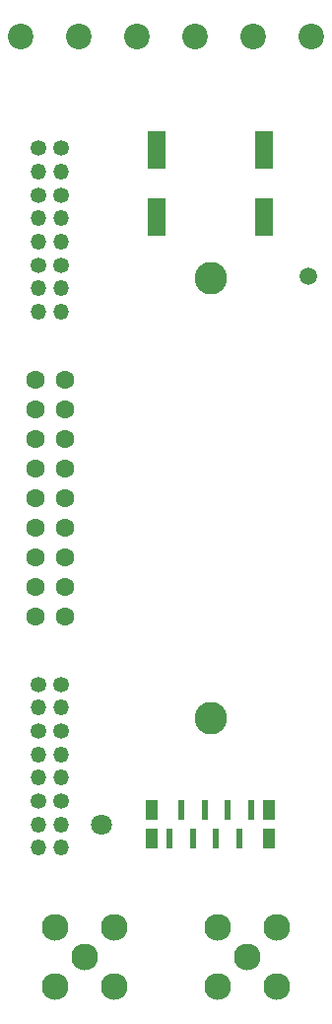
<source format=gts>
G04 #@! TF.GenerationSoftware,KiCad,Pcbnew,(5.1.9)-1*
G04 #@! TF.CreationDate,2023-02-20T21:36:59+01:00*
G04 #@! TF.ProjectId,Base,42617365-2e6b-4696-9361-645f70636258,rev?*
G04 #@! TF.SameCoordinates,PXd59f80PYd59f80*
G04 #@! TF.FileFunction,Soldermask,Top*
G04 #@! TF.FilePolarity,Negative*
%FSLAX46Y46*%
G04 Gerber Fmt 4.6, Leading zero omitted, Abs format (unit mm)*
G04 Created by KiCad (PCBNEW (5.1.9)-1) date 2023-02-20 21:36:59*
%MOMM*%
%LPD*%
G01*
G04 APERTURE LIST*
%ADD10R,1.600000X3.200000*%
%ADD11C,1.500000*%
%ADD12C,2.800000*%
%ADD13O,1.350000X1.350000*%
%ADD14C,1.350000*%
%ADD15C,1.600000*%
%ADD16C,2.300000*%
%ADD17C,2.200000*%
%ADD18C,0.350000*%
%ADD19C,1.800000*%
%ADD20R,1.000000X1.800000*%
%ADD21R,0.600000X1.800000*%
G04 APERTURE END LIST*
D10*
X24400000Y-18900000D03*
X24400000Y-13100000D03*
D11*
X28200000Y-24000000D03*
D12*
X19800000Y-24100000D03*
X19800000Y-61900000D03*
D13*
X5000000Y-73000000D03*
X5000000Y-71000000D03*
D14*
X5000000Y-69000000D03*
D13*
X7000000Y-71000000D03*
D14*
X7000000Y-69000000D03*
D13*
X7000000Y-73000000D03*
X7000000Y-67000000D03*
X5000000Y-67000000D03*
D14*
X7000000Y-59000000D03*
D13*
X7000000Y-61000000D03*
X7000000Y-65000000D03*
D14*
X7000000Y-63000000D03*
X5000000Y-63000000D03*
D13*
X5000000Y-65000000D03*
X5000000Y-61000000D03*
D14*
X5000000Y-59000000D03*
D13*
X5000000Y-27000000D03*
X5000000Y-25000000D03*
D14*
X5000000Y-23000000D03*
D13*
X7000000Y-25000000D03*
D14*
X7000000Y-23000000D03*
D13*
X7000000Y-27000000D03*
X7000000Y-21000000D03*
X5000000Y-21000000D03*
D14*
X7000000Y-13000000D03*
D13*
X7000000Y-15000000D03*
X7000000Y-19000000D03*
D14*
X7000000Y-17000000D03*
X5000000Y-17000000D03*
D13*
X5000000Y-19000000D03*
X5000000Y-15000000D03*
D14*
X5000000Y-13000000D03*
D15*
X4730000Y-40460000D03*
X4730000Y-50620000D03*
X4730000Y-48080000D03*
X4730000Y-35380000D03*
X4730000Y-53160000D03*
X4730000Y-32840000D03*
X4730000Y-45540000D03*
X4730000Y-43000000D03*
X4730000Y-37920000D03*
X7270000Y-53160000D03*
X7270000Y-32840000D03*
X7270000Y-35380000D03*
X7270000Y-37920000D03*
X7270000Y-40460000D03*
X7270000Y-43000000D03*
X7270000Y-45540000D03*
X7270000Y-48080000D03*
X7270000Y-50620000D03*
D16*
X11540000Y-84898200D03*
X6460000Y-84898200D03*
X6460000Y-79818200D03*
X11540000Y-79818200D03*
X9000000Y-82400000D03*
X25540000Y-84898200D03*
X20460000Y-84898200D03*
X20460000Y-79818200D03*
X25540000Y-79818200D03*
X23000000Y-82400000D03*
D17*
X3500000Y-3400000D03*
X13500000Y-3400000D03*
X8500000Y-3400000D03*
X18500000Y-3400000D03*
X23500000Y-3400000D03*
X28500000Y-3400000D03*
D10*
X15200000Y-18900000D03*
X15200000Y-13100000D03*
D18*
X9950000Y-71450000D03*
X10850000Y-71450000D03*
X10850000Y-70550000D03*
X9950000Y-70550000D03*
X10400000Y-71600000D03*
X11000000Y-71000000D03*
X10400000Y-70400000D03*
X9800000Y-71000000D03*
D19*
X10400000Y-71000000D03*
D20*
X14800000Y-69750000D03*
X24800000Y-72250000D03*
X24800000Y-69750000D03*
X14800000Y-72250000D03*
D21*
X20300000Y-72250000D03*
X21300000Y-69750000D03*
X18300000Y-72250000D03*
X19300000Y-69750000D03*
X17300000Y-69750000D03*
X16300000Y-72250000D03*
X23300000Y-69750000D03*
X22300000Y-72250000D03*
M02*

</source>
